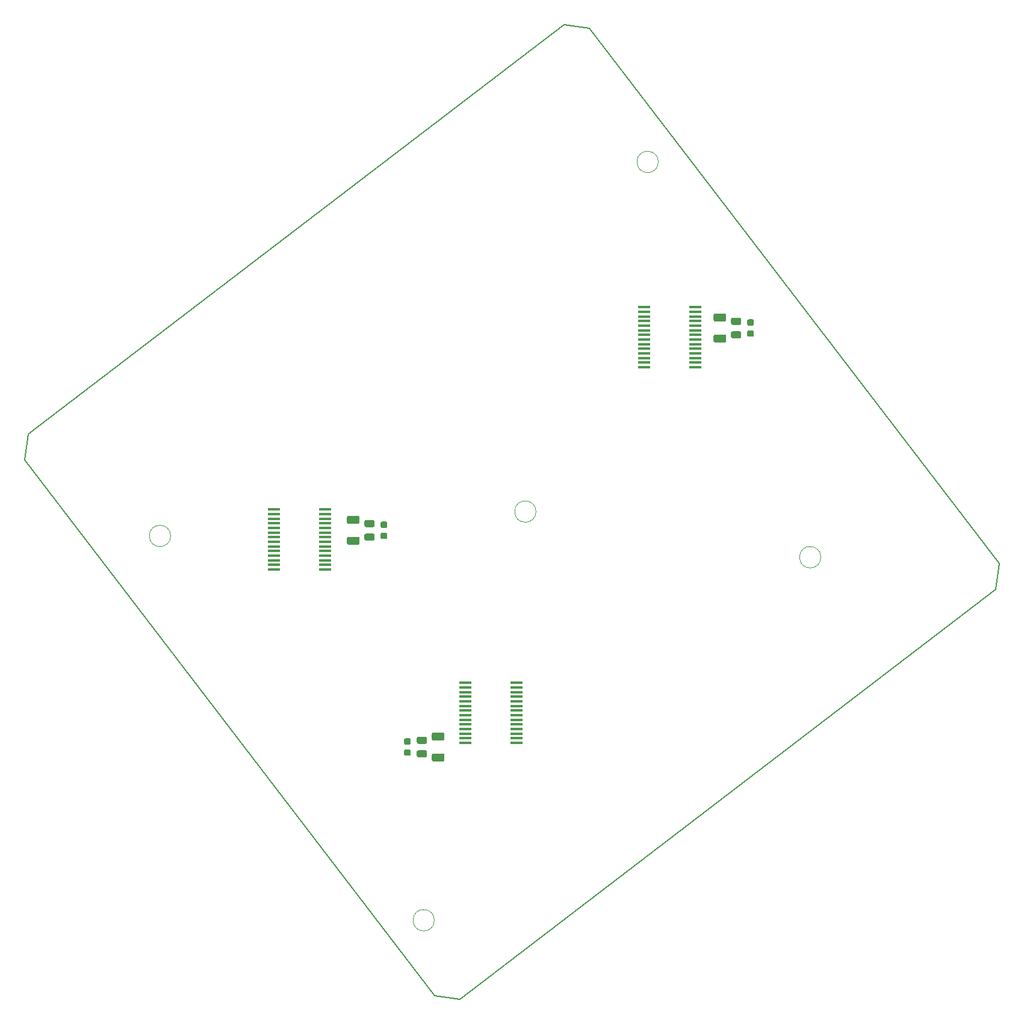
<source format=gbp>
G04 #@! TF.GenerationSoftware,KiCad,Pcbnew,5.1.9+dfsg1-1+deb11u1*
G04 #@! TF.CreationDate,2024-07-30T12:46:16+01:00*
G04 #@! TF.ProjectId,drivers,64726976-6572-4732-9e6b-696361645f70,rev?*
G04 #@! TF.SameCoordinates,Original*
G04 #@! TF.FileFunction,Paste,Bot*
G04 #@! TF.FilePolarity,Positive*
%FSLAX46Y46*%
G04 Gerber Fmt 4.6, Leading zero omitted, Abs format (unit mm)*
G04 Created by KiCad (PCBNEW 5.1.9+dfsg1-1+deb11u1) date 2024-07-30 12:46:16*
%MOMM*%
%LPD*%
G01*
G04 APERTURE LIST*
G04 #@! TA.AperFunction,Profile*
%ADD10C,0.050000*%
G04 #@! TD*
G04 #@! TA.AperFunction,Profile*
%ADD11C,0.150000*%
G04 #@! TD*
%ADD12R,1.750000X0.450000*%
G04 APERTURE END LIST*
D10*
X89068477Y-157426062D02*
G75*
G03*
X89068477Y-157426062I-1500000J0D01*
G01*
X120564477Y-50770062D02*
G75*
G03*
X120564477Y-50770062I-1500000J0D01*
G01*
X143424477Y-106372062D02*
G75*
G03*
X143424477Y-106372062I-1500000J0D01*
G01*
X51984477Y-103372062D02*
G75*
G03*
X51984477Y-103372062I-1500000J0D01*
G01*
D11*
X168510657Y-107287602D02*
X168025517Y-110929962D01*
X31975497Y-89073262D02*
X31487817Y-92710542D01*
X92706897Y-168514302D02*
X89074697Y-168029162D01*
X107296657Y-31483842D02*
X110908537Y-31951202D01*
X92706897Y-168514302D02*
X168025517Y-110929962D01*
X168510657Y-107287602D02*
X110908537Y-31951202D01*
X31975497Y-89073262D02*
X107296657Y-31483842D01*
X89074697Y-168029162D02*
X31487817Y-92710542D01*
D10*
X103370000Y-99951320D02*
G75*
G03*
X103370000Y-99951320I-1500000J0D01*
G01*
D12*
X66504000Y-108111000D03*
X66504000Y-107461000D03*
X66504000Y-106811000D03*
X66504000Y-106161000D03*
X66504000Y-105511000D03*
X66504000Y-104861000D03*
X66504000Y-104211000D03*
X66504000Y-103561000D03*
X66504000Y-102911000D03*
X66504000Y-102261000D03*
X66504000Y-101611000D03*
X66504000Y-100961000D03*
X66504000Y-100311000D03*
X66504000Y-99661000D03*
X73704000Y-99661000D03*
X73704000Y-100311000D03*
X73704000Y-100961000D03*
X73704000Y-101611000D03*
X73704000Y-102261000D03*
X73704000Y-102911000D03*
X73704000Y-103561000D03*
X73704000Y-104211000D03*
X73704000Y-104861000D03*
X73704000Y-105511000D03*
X73704000Y-106161000D03*
X73704000Y-106811000D03*
X73704000Y-107461000D03*
X73704000Y-108111000D03*
G36*
G01*
X128574476Y-75038062D02*
X129874478Y-75038062D01*
G75*
G02*
X130124477Y-75288061I0J-249999D01*
G01*
X130124477Y-75938063D01*
G75*
G02*
X129874478Y-76188062I-249999J0D01*
G01*
X128574476Y-76188062D01*
G75*
G02*
X128324477Y-75938063I0J249999D01*
G01*
X128324477Y-75288061D01*
G75*
G02*
X128574476Y-75038062I249999J0D01*
G01*
G37*
G36*
G01*
X128574476Y-72088062D02*
X129874478Y-72088062D01*
G75*
G02*
X130124477Y-72338061I0J-249999D01*
G01*
X130124477Y-72988063D01*
G75*
G02*
X129874478Y-73238062I-249999J0D01*
G01*
X128574476Y-73238062D01*
G75*
G02*
X128324477Y-72988063I0J249999D01*
G01*
X128324477Y-72338061D01*
G75*
G02*
X128574476Y-72088062I249999J0D01*
G01*
G37*
X100628000Y-124045000D03*
X100628000Y-124695000D03*
X100628000Y-125345000D03*
X100628000Y-125995000D03*
X100628000Y-126645000D03*
X100628000Y-127295000D03*
X100628000Y-127945000D03*
X100628000Y-128595000D03*
X100628000Y-129245000D03*
X100628000Y-129895000D03*
X100628000Y-130545000D03*
X100628000Y-131195000D03*
X100628000Y-131845000D03*
X100628000Y-132495000D03*
X93428000Y-132495000D03*
X93428000Y-131845000D03*
X93428000Y-131195000D03*
X93428000Y-130545000D03*
X93428000Y-129895000D03*
X93428000Y-129245000D03*
X93428000Y-128595000D03*
X93428000Y-127945000D03*
X93428000Y-127295000D03*
X93428000Y-126645000D03*
X93428000Y-125995000D03*
X93428000Y-125345000D03*
X93428000Y-124695000D03*
X93428000Y-124045000D03*
X125774000Y-79663000D03*
X125774000Y-79013000D03*
X125774000Y-78363000D03*
X125774000Y-77713000D03*
X125774000Y-77063000D03*
X125774000Y-76413000D03*
X125774000Y-75763000D03*
X125774000Y-75113000D03*
X125774000Y-74463000D03*
X125774000Y-73813000D03*
X125774000Y-73163000D03*
X125774000Y-72513000D03*
X125774000Y-71863000D03*
X125774000Y-71213000D03*
X118574000Y-71213000D03*
X118574000Y-71863000D03*
X118574000Y-72513000D03*
X118574000Y-73163000D03*
X118574000Y-73813000D03*
X118574000Y-74463000D03*
X118574000Y-75113000D03*
X118574000Y-75763000D03*
X118574000Y-76413000D03*
X118574000Y-77063000D03*
X118574000Y-77713000D03*
X118574000Y-78363000D03*
X118574000Y-79013000D03*
X118574000Y-79663000D03*
G36*
G01*
X81730477Y-101361062D02*
X82230477Y-101361062D01*
G75*
G02*
X82455477Y-101586062I0J-225000D01*
G01*
X82455477Y-102036062D01*
G75*
G02*
X82230477Y-102261062I-225000J0D01*
G01*
X81730477Y-102261062D01*
G75*
G02*
X81505477Y-102036062I0J225000D01*
G01*
X81505477Y-101586062D01*
G75*
G02*
X81730477Y-101361062I225000J0D01*
G01*
G37*
G36*
G01*
X81730477Y-102911062D02*
X82230477Y-102911062D01*
G75*
G02*
X82455477Y-103136062I0J-225000D01*
G01*
X82455477Y-103586062D01*
G75*
G02*
X82230477Y-103811062I-225000J0D01*
G01*
X81730477Y-103811062D01*
G75*
G02*
X81505477Y-103586062I0J225000D01*
G01*
X81505477Y-103136062D01*
G75*
G02*
X81730477Y-102911062I225000J0D01*
G01*
G37*
G36*
G01*
X79473477Y-103036062D02*
X80423477Y-103036062D01*
G75*
G02*
X80673477Y-103286062I0J-250000D01*
G01*
X80673477Y-103786062D01*
G75*
G02*
X80423477Y-104036062I-250000J0D01*
G01*
X79473477Y-104036062D01*
G75*
G02*
X79223477Y-103786062I0J250000D01*
G01*
X79223477Y-103286062D01*
G75*
G02*
X79473477Y-103036062I250000J0D01*
G01*
G37*
G36*
G01*
X79473477Y-101136062D02*
X80423477Y-101136062D01*
G75*
G02*
X80673477Y-101386062I0J-250000D01*
G01*
X80673477Y-101886062D01*
G75*
G02*
X80423477Y-102136062I-250000J0D01*
G01*
X79473477Y-102136062D01*
G75*
G02*
X79223477Y-101886062I0J250000D01*
G01*
X79223477Y-101386062D01*
G75*
G02*
X79473477Y-101136062I250000J0D01*
G01*
G37*
G36*
G01*
X77012476Y-100536062D02*
X78312478Y-100536062D01*
G75*
G02*
X78562477Y-100786061I0J-249999D01*
G01*
X78562477Y-101436063D01*
G75*
G02*
X78312478Y-101686062I-249999J0D01*
G01*
X77012476Y-101686062D01*
G75*
G02*
X76762477Y-101436063I0J249999D01*
G01*
X76762477Y-100786061D01*
G75*
G02*
X77012476Y-100536062I249999J0D01*
G01*
G37*
G36*
G01*
X77012476Y-103486062D02*
X78312478Y-103486062D01*
G75*
G02*
X78562477Y-103736061I0J-249999D01*
G01*
X78562477Y-104386063D01*
G75*
G02*
X78312478Y-104636062I-249999J0D01*
G01*
X77012476Y-104636062D01*
G75*
G02*
X76762477Y-104386063I0J249999D01*
G01*
X76762477Y-103736061D01*
G75*
G02*
X77012476Y-103486062I249999J0D01*
G01*
G37*
G36*
G01*
X85032477Y-133391062D02*
X85532477Y-133391062D01*
G75*
G02*
X85757477Y-133616062I0J-225000D01*
G01*
X85757477Y-134066062D01*
G75*
G02*
X85532477Y-134291062I-225000J0D01*
G01*
X85032477Y-134291062D01*
G75*
G02*
X84807477Y-134066062I0J225000D01*
G01*
X84807477Y-133616062D01*
G75*
G02*
X85032477Y-133391062I225000J0D01*
G01*
G37*
G36*
G01*
X85032477Y-131841062D02*
X85532477Y-131841062D01*
G75*
G02*
X85757477Y-132066062I0J-225000D01*
G01*
X85757477Y-132516062D01*
G75*
G02*
X85532477Y-132741062I-225000J0D01*
G01*
X85032477Y-132741062D01*
G75*
G02*
X84807477Y-132516062I0J225000D01*
G01*
X84807477Y-132066062D01*
G75*
G02*
X85032477Y-131841062I225000J0D01*
G01*
G37*
G36*
G01*
X86839477Y-133516062D02*
X87789477Y-133516062D01*
G75*
G02*
X88039477Y-133766062I0J-250000D01*
G01*
X88039477Y-134266062D01*
G75*
G02*
X87789477Y-134516062I-250000J0D01*
G01*
X86839477Y-134516062D01*
G75*
G02*
X86589477Y-134266062I0J250000D01*
G01*
X86589477Y-133766062D01*
G75*
G02*
X86839477Y-133516062I250000J0D01*
G01*
G37*
G36*
G01*
X86839477Y-131616062D02*
X87789477Y-131616062D01*
G75*
G02*
X88039477Y-131866062I0J-250000D01*
G01*
X88039477Y-132366062D01*
G75*
G02*
X87789477Y-132616062I-250000J0D01*
G01*
X86839477Y-132616062D01*
G75*
G02*
X86589477Y-132366062I0J250000D01*
G01*
X86589477Y-131866062D01*
G75*
G02*
X86839477Y-131616062I250000J0D01*
G01*
G37*
G36*
G01*
X88950476Y-131016062D02*
X90250478Y-131016062D01*
G75*
G02*
X90500477Y-131266061I0J-249999D01*
G01*
X90500477Y-131916063D01*
G75*
G02*
X90250478Y-132166062I-249999J0D01*
G01*
X88950476Y-132166062D01*
G75*
G02*
X88700477Y-131916063I0J249999D01*
G01*
X88700477Y-131266061D01*
G75*
G02*
X88950476Y-131016062I249999J0D01*
G01*
G37*
G36*
G01*
X88950476Y-133966062D02*
X90250478Y-133966062D01*
G75*
G02*
X90500477Y-134216061I0J-249999D01*
G01*
X90500477Y-134866063D01*
G75*
G02*
X90250478Y-135116062I-249999J0D01*
G01*
X88950476Y-135116062D01*
G75*
G02*
X88700477Y-134866063I0J249999D01*
G01*
X88700477Y-134216061D01*
G75*
G02*
X88950476Y-133966062I249999J0D01*
G01*
G37*
G36*
G01*
X133292477Y-72913062D02*
X133792477Y-72913062D01*
G75*
G02*
X134017477Y-73138062I0J-225000D01*
G01*
X134017477Y-73588062D01*
G75*
G02*
X133792477Y-73813062I-225000J0D01*
G01*
X133292477Y-73813062D01*
G75*
G02*
X133067477Y-73588062I0J225000D01*
G01*
X133067477Y-73138062D01*
G75*
G02*
X133292477Y-72913062I225000J0D01*
G01*
G37*
G36*
G01*
X133292477Y-74463062D02*
X133792477Y-74463062D01*
G75*
G02*
X134017477Y-74688062I0J-225000D01*
G01*
X134017477Y-75138062D01*
G75*
G02*
X133792477Y-75363062I-225000J0D01*
G01*
X133292477Y-75363062D01*
G75*
G02*
X133067477Y-75138062I0J225000D01*
G01*
X133067477Y-74688062D01*
G75*
G02*
X133292477Y-74463062I225000J0D01*
G01*
G37*
G36*
G01*
X131035477Y-72688062D02*
X131985477Y-72688062D01*
G75*
G02*
X132235477Y-72938062I0J-250000D01*
G01*
X132235477Y-73438062D01*
G75*
G02*
X131985477Y-73688062I-250000J0D01*
G01*
X131035477Y-73688062D01*
G75*
G02*
X130785477Y-73438062I0J250000D01*
G01*
X130785477Y-72938062D01*
G75*
G02*
X131035477Y-72688062I250000J0D01*
G01*
G37*
G36*
G01*
X131035477Y-74588062D02*
X131985477Y-74588062D01*
G75*
G02*
X132235477Y-74838062I0J-250000D01*
G01*
X132235477Y-75338062D01*
G75*
G02*
X131985477Y-75588062I-250000J0D01*
G01*
X131035477Y-75588062D01*
G75*
G02*
X130785477Y-75338062I0J250000D01*
G01*
X130785477Y-74838062D01*
G75*
G02*
X131035477Y-74588062I250000J0D01*
G01*
G37*
M02*

</source>
